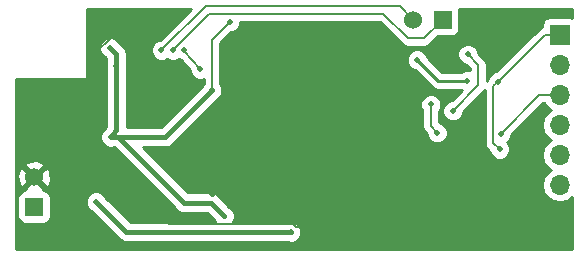
<source format=gbl>
G04 #@! TF.FileFunction,Copper,L2,Bot,Signal*
%FSLAX46Y46*%
G04 Gerber Fmt 4.6, Leading zero omitted, Abs format (unit mm)*
G04 Created by KiCad (PCBNEW 4.0.6) date 12/04/17 16:36:58*
%MOMM*%
%LPD*%
G01*
G04 APERTURE LIST*
%ADD10C,0.150000*%
%ADD11R,1.524000X1.524000*%
%ADD12C,1.524000*%
%ADD13R,1.700000X1.700000*%
%ADD14O,1.700000X1.700000*%
%ADD15C,0.508000*%
%ADD16C,0.152000*%
%ADD17C,0.457200*%
%ADD18C,0.229000*%
%ADD19C,0.254000*%
G04 APERTURE END LIST*
D10*
D11*
X302760000Y-127060000D03*
D12*
X300220000Y-127060000D03*
D11*
X268160000Y-142940000D03*
D12*
X268160000Y-140400000D03*
D13*
X312660000Y-128360000D03*
D14*
X312660000Y-130900000D03*
X312660000Y-133440000D03*
X312660000Y-135980000D03*
X312660000Y-138520000D03*
X312660000Y-141060000D03*
D15*
X279910000Y-129650000D03*
X278940000Y-129640000D03*
X283200000Y-141800000D03*
X287750000Y-138800000D03*
X293100000Y-144650000D03*
X292700000Y-134100000D03*
X285950000Y-141650000D03*
X276850000Y-141650000D03*
X273150000Y-130150000D03*
X279110000Y-128530000D03*
X276820000Y-128420000D03*
X282300000Y-137700000D03*
X284250000Y-143670000D03*
X280840000Y-142560000D03*
X284730000Y-127260000D03*
X283220000Y-133060000D03*
X275120000Y-130980000D03*
X274640000Y-137010000D03*
X274580000Y-129450000D03*
X304830000Y-132240000D03*
X300610000Y-130470000D03*
X273412500Y-142487500D03*
X289900000Y-145050000D03*
X307680000Y-136710000D03*
X280850000Y-129600000D03*
X282230000Y-131270000D03*
X307570000Y-138040000D03*
X307400000Y-132340000D03*
X301740000Y-134250000D03*
X302290000Y-136660000D03*
X303620000Y-134780000D03*
X304880000Y-130010000D03*
D16*
X301180000Y-128640000D02*
X302760000Y-127060000D01*
X299800000Y-128640000D02*
X301180000Y-128640000D01*
X297730000Y-126570000D02*
X299800000Y-128640000D01*
X282990000Y-126570000D02*
X297730000Y-126570000D01*
X279910000Y-129650000D02*
X282990000Y-126570000D01*
X299100000Y-125940000D02*
X300220000Y-127060000D01*
X282710000Y-125940000D02*
X299100000Y-125940000D01*
X278940000Y-129640000D02*
X282710000Y-125940000D01*
D17*
X285950000Y-141650000D02*
X283350000Y-141650000D01*
X283350000Y-141650000D02*
X283200000Y-141800000D01*
D16*
X287650000Y-141650000D02*
X288875000Y-140425000D01*
X287750000Y-138800000D02*
X287750000Y-139300000D01*
X287750000Y-139300000D02*
X288875000Y-140425000D01*
X288875000Y-140425000D02*
X293100000Y-144650000D01*
X293100000Y-144650000D02*
X290350000Y-144650000D01*
X290350000Y-144650000D02*
X290060000Y-144360000D01*
X285950000Y-141650000D02*
X287650000Y-141650000D01*
X279560000Y-144360000D02*
X276850000Y-141650000D01*
X290060000Y-144360000D02*
X279560000Y-144360000D01*
X273150000Y-130150000D02*
X273150000Y-130090000D01*
X274820000Y-128420000D02*
X276820000Y-128420000D01*
X273150000Y-130090000D02*
X274820000Y-128420000D01*
X276810000Y-128430000D02*
X276800000Y-128430000D01*
X276820000Y-128420000D02*
X276810000Y-128430000D01*
D17*
X274640000Y-137010000D02*
X275290000Y-137010000D01*
X275290000Y-137010000D02*
X280840000Y-142560000D01*
X284250000Y-143670000D02*
X283140000Y-142560000D01*
X283140000Y-142560000D02*
X280840000Y-142560000D01*
D16*
X283220000Y-128770000D02*
X283220000Y-133060000D01*
X284730000Y-127260000D02*
X283220000Y-128770000D01*
D17*
X274640000Y-137010000D02*
X279270000Y-137010000D01*
X279270000Y-137010000D02*
X283220000Y-133060000D01*
X275120000Y-130980000D02*
X275120000Y-136450000D01*
X275120000Y-136450000D02*
X274640000Y-137010000D01*
X275120000Y-129990000D02*
X275120000Y-130980000D01*
X274580000Y-129450000D02*
X275120000Y-129990000D01*
D18*
X302380000Y-132240000D02*
X304830000Y-132240000D01*
X300610000Y-130470000D02*
X302380000Y-132240000D01*
D17*
X275975000Y-145050000D02*
X289900000Y-145050000D01*
X275975000Y-145050000D02*
X273412500Y-142487500D01*
D16*
X310950000Y-133440000D02*
X312660000Y-133440000D01*
X307680000Y-136710000D02*
X310950000Y-133440000D01*
X280850000Y-129690000D02*
X280850000Y-129600000D01*
X282230000Y-131270000D02*
X280850000Y-129690000D01*
X307030000Y-132710000D02*
X307400000Y-132340000D01*
X307030000Y-137500000D02*
X307030000Y-132710000D01*
X307570000Y-138040000D02*
X307030000Y-137500000D01*
X312660000Y-128360000D02*
X311380000Y-128360000D01*
X311380000Y-128360000D02*
X307400000Y-132340000D01*
X301740000Y-136110000D02*
X301740000Y-134250000D01*
X302290000Y-136660000D02*
X301740000Y-136110000D01*
X305760000Y-132640000D02*
X303620000Y-134780000D01*
X305760000Y-130890000D02*
X305760000Y-132640000D01*
X304880000Y-130010000D02*
X305760000Y-130890000D01*
D19*
G36*
X278830854Y-128750904D02*
X278763943Y-128750846D01*
X278437080Y-128885903D01*
X278186782Y-129135764D01*
X278051154Y-129462391D01*
X278050846Y-129816057D01*
X278185903Y-130142920D01*
X278435764Y-130393218D01*
X278762391Y-130528846D01*
X279116057Y-130529154D01*
X279413286Y-130406341D01*
X279732391Y-130538846D01*
X280086057Y-130539154D01*
X280412920Y-130404097D01*
X280429187Y-130387858D01*
X280564630Y-130444099D01*
X281340945Y-131332923D01*
X281340846Y-131446057D01*
X281475903Y-131772920D01*
X281725764Y-132023218D01*
X282052391Y-132158846D01*
X282406057Y-132159154D01*
X282509000Y-132116619D01*
X282509000Y-132513620D01*
X282466782Y-132555764D01*
X282441120Y-132617565D01*
X278912286Y-136146400D01*
X275983600Y-136146400D01*
X275983600Y-131218408D01*
X276008846Y-131157609D01*
X276009154Y-130803943D01*
X275983600Y-130742098D01*
X275983600Y-129990000D01*
X275917862Y-129659515D01*
X275917862Y-129659514D01*
X275730657Y-129379342D01*
X275359236Y-129007922D01*
X275334097Y-128947080D01*
X275084236Y-128696782D01*
X274757609Y-128561154D01*
X274403943Y-128560846D01*
X274077080Y-128695903D01*
X273826782Y-128945764D01*
X273691154Y-129272391D01*
X273690846Y-129626057D01*
X273825903Y-129952920D01*
X274075764Y-130203218D01*
X274137566Y-130228881D01*
X274256400Y-130347715D01*
X274256400Y-130741592D01*
X274231154Y-130802391D01*
X274230846Y-131156057D01*
X274256400Y-131217902D01*
X274256400Y-136130533D01*
X274155445Y-136248315D01*
X274137080Y-136255903D01*
X273886782Y-136505764D01*
X273751154Y-136832391D01*
X273750846Y-137186057D01*
X273885903Y-137512920D01*
X274135764Y-137763218D01*
X274462391Y-137898846D01*
X274816057Y-137899154D01*
X274877902Y-137873600D01*
X274932286Y-137873600D01*
X280060764Y-143002079D01*
X280085903Y-143062920D01*
X280335764Y-143313218D01*
X280662391Y-143448846D01*
X281016057Y-143449154D01*
X281077902Y-143423600D01*
X282782286Y-143423600D01*
X283470763Y-144112077D01*
X283495903Y-144172920D01*
X283509359Y-144186400D01*
X276332715Y-144186400D01*
X274191737Y-142045423D01*
X274166597Y-141984580D01*
X273916736Y-141734282D01*
X273590109Y-141598654D01*
X273236443Y-141598346D01*
X272909580Y-141733403D01*
X272659282Y-141983264D01*
X272523654Y-142309891D01*
X272523346Y-142663557D01*
X272658403Y-142990420D01*
X272908264Y-143240718D01*
X272970067Y-143266381D01*
X275364342Y-145660657D01*
X275644514Y-145847862D01*
X275699345Y-145858769D01*
X275975000Y-145913600D01*
X289661592Y-145913600D01*
X289722391Y-145938846D01*
X290076057Y-145939154D01*
X290402920Y-145804097D01*
X290653218Y-145554236D01*
X290788846Y-145227609D01*
X290789154Y-144873943D01*
X290654097Y-144547080D01*
X290404236Y-144296782D01*
X290077609Y-144161154D01*
X289723943Y-144160846D01*
X289662098Y-144186400D01*
X284991033Y-144186400D01*
X285003218Y-144174236D01*
X285138846Y-143847609D01*
X285139154Y-143493943D01*
X285004097Y-143167080D01*
X284754236Y-142916782D01*
X284692433Y-142891119D01*
X283750657Y-141949343D01*
X283470485Y-141762138D01*
X283140000Y-141696400D01*
X281197715Y-141696400D01*
X277374914Y-137873600D01*
X279270000Y-137873600D01*
X279600485Y-137807862D01*
X279880657Y-137620657D01*
X283075257Y-134426057D01*
X300850846Y-134426057D01*
X300985903Y-134752920D01*
X301029000Y-134796092D01*
X301029000Y-136110000D01*
X301083122Y-136382088D01*
X301237247Y-136612753D01*
X301400898Y-136776404D01*
X301400846Y-136836057D01*
X301535903Y-137162920D01*
X301785764Y-137413218D01*
X302112391Y-137548846D01*
X302466057Y-137549154D01*
X302792920Y-137414097D01*
X303043218Y-137164236D01*
X303178846Y-136837609D01*
X303179154Y-136483943D01*
X303044097Y-136157080D01*
X302794236Y-135906782D01*
X302467609Y-135771154D01*
X302451000Y-135771140D01*
X302451000Y-134796380D01*
X302493218Y-134754236D01*
X302628846Y-134427609D01*
X302629154Y-134073943D01*
X302494097Y-133747080D01*
X302244236Y-133496782D01*
X301917609Y-133361154D01*
X301563943Y-133360846D01*
X301237080Y-133495903D01*
X300986782Y-133745764D01*
X300851154Y-134072391D01*
X300850846Y-134426057D01*
X283075257Y-134426057D01*
X283662079Y-133839236D01*
X283722920Y-133814097D01*
X283973218Y-133564236D01*
X284108846Y-133237609D01*
X284109154Y-132883943D01*
X283974097Y-132557080D01*
X283931000Y-132513908D01*
X283931000Y-129064506D01*
X284846404Y-128149102D01*
X284906057Y-128149154D01*
X285232920Y-128014097D01*
X285483218Y-127764236D01*
X285618846Y-127437609D01*
X285618982Y-127281000D01*
X297435494Y-127281000D01*
X299297247Y-129142753D01*
X299527912Y-129296878D01*
X299800000Y-129351000D01*
X301180000Y-129351000D01*
X301452088Y-129296878D01*
X301682753Y-129142753D01*
X302356066Y-128469440D01*
X303522000Y-128469440D01*
X303757317Y-128425162D01*
X303973441Y-128286090D01*
X304118431Y-128073890D01*
X304169440Y-127822000D01*
X304169440Y-126298000D01*
X304148178Y-126185000D01*
X313725000Y-126185000D01*
X313725000Y-126906099D01*
X313510000Y-126862560D01*
X311810000Y-126862560D01*
X311574683Y-126906838D01*
X311358559Y-127045910D01*
X311213569Y-127258110D01*
X311162560Y-127510000D01*
X311162560Y-127692252D01*
X311107912Y-127703122D01*
X310877247Y-127857247D01*
X307283596Y-131450898D01*
X307223943Y-131450846D01*
X306897080Y-131585903D01*
X306646782Y-131835764D01*
X306511154Y-132162391D01*
X306511094Y-132231422D01*
X306471000Y-132291427D01*
X306471000Y-130890000D01*
X306416878Y-130617912D01*
X306262753Y-130387247D01*
X305769102Y-129893596D01*
X305769154Y-129833943D01*
X305634097Y-129507080D01*
X305384236Y-129256782D01*
X305057609Y-129121154D01*
X304703943Y-129120846D01*
X304377080Y-129255903D01*
X304126782Y-129505764D01*
X303991154Y-129832391D01*
X303990846Y-130186057D01*
X304125903Y-130512920D01*
X304375764Y-130763218D01*
X304702391Y-130898846D01*
X304763393Y-130898899D01*
X305049000Y-131184506D01*
X305049000Y-131368341D01*
X305007609Y-131351154D01*
X304653943Y-131350846D01*
X304327080Y-131485903D01*
X304322475Y-131490500D01*
X302690454Y-131490500D01*
X301499149Y-130299195D01*
X301499154Y-130293943D01*
X301364097Y-129967080D01*
X301114236Y-129716782D01*
X300787609Y-129581154D01*
X300433943Y-129580846D01*
X300107080Y-129715903D01*
X299856782Y-129965764D01*
X299721154Y-130292391D01*
X299720846Y-130646057D01*
X299855903Y-130972920D01*
X300105764Y-131223218D01*
X300432391Y-131358846D01*
X300438898Y-131358852D01*
X301850023Y-132769977D01*
X302093178Y-132932448D01*
X302380000Y-132989501D01*
X302380005Y-132989500D01*
X304322052Y-132989500D01*
X304325764Y-132993218D01*
X304379120Y-133015374D01*
X303503596Y-133890898D01*
X303443943Y-133890846D01*
X303117080Y-134025903D01*
X302866782Y-134275764D01*
X302731154Y-134602391D01*
X302730846Y-134956057D01*
X302865903Y-135282920D01*
X303115764Y-135533218D01*
X303442391Y-135668846D01*
X303796057Y-135669154D01*
X304122920Y-135534097D01*
X304373218Y-135284236D01*
X304508846Y-134957609D01*
X304508899Y-134896607D01*
X306262753Y-133142753D01*
X306319000Y-133058573D01*
X306319000Y-137500000D01*
X306373122Y-137772088D01*
X306527247Y-138002753D01*
X306680898Y-138156404D01*
X306680846Y-138216057D01*
X306815903Y-138542920D01*
X307065764Y-138793218D01*
X307392391Y-138928846D01*
X307746057Y-138929154D01*
X308072920Y-138794097D01*
X308323218Y-138544236D01*
X308458846Y-138217609D01*
X308459154Y-137863943D01*
X308324097Y-137537080D01*
X308217140Y-137429936D01*
X308433218Y-137214236D01*
X308568846Y-136887609D01*
X308568899Y-136826607D01*
X311244506Y-134151000D01*
X311354305Y-134151000D01*
X311580853Y-134490054D01*
X311910026Y-134710000D01*
X311580853Y-134929946D01*
X311258946Y-135411715D01*
X311145907Y-135980000D01*
X311258946Y-136548285D01*
X311580853Y-137030054D01*
X311910026Y-137250000D01*
X311580853Y-137469946D01*
X311258946Y-137951715D01*
X311145907Y-138520000D01*
X311258946Y-139088285D01*
X311580853Y-139570054D01*
X311910026Y-139790000D01*
X311580853Y-140009946D01*
X311258946Y-140491715D01*
X311145907Y-141060000D01*
X311258946Y-141628285D01*
X311580853Y-142110054D01*
X312062622Y-142431961D01*
X312630907Y-142545000D01*
X312689093Y-142545000D01*
X313257378Y-142431961D01*
X313725000Y-142119507D01*
X313725000Y-146515000D01*
X266585000Y-146515000D01*
X266585000Y-142178000D01*
X266750560Y-142178000D01*
X266750560Y-143702000D01*
X266794838Y-143937317D01*
X266933910Y-144153441D01*
X267146110Y-144298431D01*
X267398000Y-144349440D01*
X268922000Y-144349440D01*
X269157317Y-144305162D01*
X269373441Y-144166090D01*
X269518431Y-143953890D01*
X269569440Y-143702000D01*
X269569440Y-142178000D01*
X269525162Y-141942683D01*
X269386090Y-141726559D01*
X269173890Y-141581569D01*
X268922000Y-141530560D01*
X268917484Y-141530560D01*
X268960608Y-141380213D01*
X268160000Y-140579605D01*
X267359392Y-141380213D01*
X267402516Y-141530560D01*
X267398000Y-141530560D01*
X267162683Y-141574838D01*
X266946559Y-141713910D01*
X266801569Y-141926110D01*
X266750560Y-142178000D01*
X266585000Y-142178000D01*
X266585000Y-140192302D01*
X266750856Y-140192302D01*
X266778638Y-140747368D01*
X266937603Y-141131143D01*
X267179787Y-141200608D01*
X267980395Y-140400000D01*
X268339605Y-140400000D01*
X269140213Y-141200608D01*
X269382397Y-141131143D01*
X269569144Y-140607698D01*
X269541362Y-140052632D01*
X269382397Y-139668857D01*
X269140213Y-139599392D01*
X268339605Y-140400000D01*
X267980395Y-140400000D01*
X267179787Y-139599392D01*
X266937603Y-139668857D01*
X266750856Y-140192302D01*
X266585000Y-140192302D01*
X266585000Y-139419787D01*
X267359392Y-139419787D01*
X268160000Y-140220395D01*
X268960608Y-139419787D01*
X268891143Y-139177603D01*
X268367698Y-138990856D01*
X267812632Y-139018638D01*
X267428857Y-139177603D01*
X267359392Y-139419787D01*
X266585000Y-139419787D01*
X266585000Y-132127000D01*
X272550000Y-132127000D01*
X272599410Y-132116994D01*
X272641035Y-132088553D01*
X272668315Y-132046159D01*
X272677000Y-132000000D01*
X272677000Y-126185000D01*
X281445303Y-126185000D01*
X278830854Y-128750904D01*
X278830854Y-128750904D01*
G37*
X278830854Y-128750904D02*
X278763943Y-128750846D01*
X278437080Y-128885903D01*
X278186782Y-129135764D01*
X278051154Y-129462391D01*
X278050846Y-129816057D01*
X278185903Y-130142920D01*
X278435764Y-130393218D01*
X278762391Y-130528846D01*
X279116057Y-130529154D01*
X279413286Y-130406341D01*
X279732391Y-130538846D01*
X280086057Y-130539154D01*
X280412920Y-130404097D01*
X280429187Y-130387858D01*
X280564630Y-130444099D01*
X281340945Y-131332923D01*
X281340846Y-131446057D01*
X281475903Y-131772920D01*
X281725764Y-132023218D01*
X282052391Y-132158846D01*
X282406057Y-132159154D01*
X282509000Y-132116619D01*
X282509000Y-132513620D01*
X282466782Y-132555764D01*
X282441120Y-132617565D01*
X278912286Y-136146400D01*
X275983600Y-136146400D01*
X275983600Y-131218408D01*
X276008846Y-131157609D01*
X276009154Y-130803943D01*
X275983600Y-130742098D01*
X275983600Y-129990000D01*
X275917862Y-129659515D01*
X275917862Y-129659514D01*
X275730657Y-129379342D01*
X275359236Y-129007922D01*
X275334097Y-128947080D01*
X275084236Y-128696782D01*
X274757609Y-128561154D01*
X274403943Y-128560846D01*
X274077080Y-128695903D01*
X273826782Y-128945764D01*
X273691154Y-129272391D01*
X273690846Y-129626057D01*
X273825903Y-129952920D01*
X274075764Y-130203218D01*
X274137566Y-130228881D01*
X274256400Y-130347715D01*
X274256400Y-130741592D01*
X274231154Y-130802391D01*
X274230846Y-131156057D01*
X274256400Y-131217902D01*
X274256400Y-136130533D01*
X274155445Y-136248315D01*
X274137080Y-136255903D01*
X273886782Y-136505764D01*
X273751154Y-136832391D01*
X273750846Y-137186057D01*
X273885903Y-137512920D01*
X274135764Y-137763218D01*
X274462391Y-137898846D01*
X274816057Y-137899154D01*
X274877902Y-137873600D01*
X274932286Y-137873600D01*
X280060764Y-143002079D01*
X280085903Y-143062920D01*
X280335764Y-143313218D01*
X280662391Y-143448846D01*
X281016057Y-143449154D01*
X281077902Y-143423600D01*
X282782286Y-143423600D01*
X283470763Y-144112077D01*
X283495903Y-144172920D01*
X283509359Y-144186400D01*
X276332715Y-144186400D01*
X274191737Y-142045423D01*
X274166597Y-141984580D01*
X273916736Y-141734282D01*
X273590109Y-141598654D01*
X273236443Y-141598346D01*
X272909580Y-141733403D01*
X272659282Y-141983264D01*
X272523654Y-142309891D01*
X272523346Y-142663557D01*
X272658403Y-142990420D01*
X272908264Y-143240718D01*
X272970067Y-143266381D01*
X275364342Y-145660657D01*
X275644514Y-145847862D01*
X275699345Y-145858769D01*
X275975000Y-145913600D01*
X289661592Y-145913600D01*
X289722391Y-145938846D01*
X290076057Y-145939154D01*
X290402920Y-145804097D01*
X290653218Y-145554236D01*
X290788846Y-145227609D01*
X290789154Y-144873943D01*
X290654097Y-144547080D01*
X290404236Y-144296782D01*
X290077609Y-144161154D01*
X289723943Y-144160846D01*
X289662098Y-144186400D01*
X284991033Y-144186400D01*
X285003218Y-144174236D01*
X285138846Y-143847609D01*
X285139154Y-143493943D01*
X285004097Y-143167080D01*
X284754236Y-142916782D01*
X284692433Y-142891119D01*
X283750657Y-141949343D01*
X283470485Y-141762138D01*
X283140000Y-141696400D01*
X281197715Y-141696400D01*
X277374914Y-137873600D01*
X279270000Y-137873600D01*
X279600485Y-137807862D01*
X279880657Y-137620657D01*
X283075257Y-134426057D01*
X300850846Y-134426057D01*
X300985903Y-134752920D01*
X301029000Y-134796092D01*
X301029000Y-136110000D01*
X301083122Y-136382088D01*
X301237247Y-136612753D01*
X301400898Y-136776404D01*
X301400846Y-136836057D01*
X301535903Y-137162920D01*
X301785764Y-137413218D01*
X302112391Y-137548846D01*
X302466057Y-137549154D01*
X302792920Y-137414097D01*
X303043218Y-137164236D01*
X303178846Y-136837609D01*
X303179154Y-136483943D01*
X303044097Y-136157080D01*
X302794236Y-135906782D01*
X302467609Y-135771154D01*
X302451000Y-135771140D01*
X302451000Y-134796380D01*
X302493218Y-134754236D01*
X302628846Y-134427609D01*
X302629154Y-134073943D01*
X302494097Y-133747080D01*
X302244236Y-133496782D01*
X301917609Y-133361154D01*
X301563943Y-133360846D01*
X301237080Y-133495903D01*
X300986782Y-133745764D01*
X300851154Y-134072391D01*
X300850846Y-134426057D01*
X283075257Y-134426057D01*
X283662079Y-133839236D01*
X283722920Y-133814097D01*
X283973218Y-133564236D01*
X284108846Y-133237609D01*
X284109154Y-132883943D01*
X283974097Y-132557080D01*
X283931000Y-132513908D01*
X283931000Y-129064506D01*
X284846404Y-128149102D01*
X284906057Y-128149154D01*
X285232920Y-128014097D01*
X285483218Y-127764236D01*
X285618846Y-127437609D01*
X285618982Y-127281000D01*
X297435494Y-127281000D01*
X299297247Y-129142753D01*
X299527912Y-129296878D01*
X299800000Y-129351000D01*
X301180000Y-129351000D01*
X301452088Y-129296878D01*
X301682753Y-129142753D01*
X302356066Y-128469440D01*
X303522000Y-128469440D01*
X303757317Y-128425162D01*
X303973441Y-128286090D01*
X304118431Y-128073890D01*
X304169440Y-127822000D01*
X304169440Y-126298000D01*
X304148178Y-126185000D01*
X313725000Y-126185000D01*
X313725000Y-126906099D01*
X313510000Y-126862560D01*
X311810000Y-126862560D01*
X311574683Y-126906838D01*
X311358559Y-127045910D01*
X311213569Y-127258110D01*
X311162560Y-127510000D01*
X311162560Y-127692252D01*
X311107912Y-127703122D01*
X310877247Y-127857247D01*
X307283596Y-131450898D01*
X307223943Y-131450846D01*
X306897080Y-131585903D01*
X306646782Y-131835764D01*
X306511154Y-132162391D01*
X306511094Y-132231422D01*
X306471000Y-132291427D01*
X306471000Y-130890000D01*
X306416878Y-130617912D01*
X306262753Y-130387247D01*
X305769102Y-129893596D01*
X305769154Y-129833943D01*
X305634097Y-129507080D01*
X305384236Y-129256782D01*
X305057609Y-129121154D01*
X304703943Y-129120846D01*
X304377080Y-129255903D01*
X304126782Y-129505764D01*
X303991154Y-129832391D01*
X303990846Y-130186057D01*
X304125903Y-130512920D01*
X304375764Y-130763218D01*
X304702391Y-130898846D01*
X304763393Y-130898899D01*
X305049000Y-131184506D01*
X305049000Y-131368341D01*
X305007609Y-131351154D01*
X304653943Y-131350846D01*
X304327080Y-131485903D01*
X304322475Y-131490500D01*
X302690454Y-131490500D01*
X301499149Y-130299195D01*
X301499154Y-130293943D01*
X301364097Y-129967080D01*
X301114236Y-129716782D01*
X300787609Y-129581154D01*
X300433943Y-129580846D01*
X300107080Y-129715903D01*
X299856782Y-129965764D01*
X299721154Y-130292391D01*
X299720846Y-130646057D01*
X299855903Y-130972920D01*
X300105764Y-131223218D01*
X300432391Y-131358846D01*
X300438898Y-131358852D01*
X301850023Y-132769977D01*
X302093178Y-132932448D01*
X302380000Y-132989501D01*
X302380005Y-132989500D01*
X304322052Y-132989500D01*
X304325764Y-132993218D01*
X304379120Y-133015374D01*
X303503596Y-133890898D01*
X303443943Y-133890846D01*
X303117080Y-134025903D01*
X302866782Y-134275764D01*
X302731154Y-134602391D01*
X302730846Y-134956057D01*
X302865903Y-135282920D01*
X303115764Y-135533218D01*
X303442391Y-135668846D01*
X303796057Y-135669154D01*
X304122920Y-135534097D01*
X304373218Y-135284236D01*
X304508846Y-134957609D01*
X304508899Y-134896607D01*
X306262753Y-133142753D01*
X306319000Y-133058573D01*
X306319000Y-137500000D01*
X306373122Y-137772088D01*
X306527247Y-138002753D01*
X306680898Y-138156404D01*
X306680846Y-138216057D01*
X306815903Y-138542920D01*
X307065764Y-138793218D01*
X307392391Y-138928846D01*
X307746057Y-138929154D01*
X308072920Y-138794097D01*
X308323218Y-138544236D01*
X308458846Y-138217609D01*
X308459154Y-137863943D01*
X308324097Y-137537080D01*
X308217140Y-137429936D01*
X308433218Y-137214236D01*
X308568846Y-136887609D01*
X308568899Y-136826607D01*
X311244506Y-134151000D01*
X311354305Y-134151000D01*
X311580853Y-134490054D01*
X311910026Y-134710000D01*
X311580853Y-134929946D01*
X311258946Y-135411715D01*
X311145907Y-135980000D01*
X311258946Y-136548285D01*
X311580853Y-137030054D01*
X311910026Y-137250000D01*
X311580853Y-137469946D01*
X311258946Y-137951715D01*
X311145907Y-138520000D01*
X311258946Y-139088285D01*
X311580853Y-139570054D01*
X311910026Y-139790000D01*
X311580853Y-140009946D01*
X311258946Y-140491715D01*
X311145907Y-141060000D01*
X311258946Y-141628285D01*
X311580853Y-142110054D01*
X312062622Y-142431961D01*
X312630907Y-142545000D01*
X312689093Y-142545000D01*
X313257378Y-142431961D01*
X313725000Y-142119507D01*
X313725000Y-146515000D01*
X266585000Y-146515000D01*
X266585000Y-142178000D01*
X266750560Y-142178000D01*
X266750560Y-143702000D01*
X266794838Y-143937317D01*
X266933910Y-144153441D01*
X267146110Y-144298431D01*
X267398000Y-144349440D01*
X268922000Y-144349440D01*
X269157317Y-144305162D01*
X269373441Y-144166090D01*
X269518431Y-143953890D01*
X269569440Y-143702000D01*
X269569440Y-142178000D01*
X269525162Y-141942683D01*
X269386090Y-141726559D01*
X269173890Y-141581569D01*
X268922000Y-141530560D01*
X268917484Y-141530560D01*
X268960608Y-141380213D01*
X268160000Y-140579605D01*
X267359392Y-141380213D01*
X267402516Y-141530560D01*
X267398000Y-141530560D01*
X267162683Y-141574838D01*
X266946559Y-141713910D01*
X266801569Y-141926110D01*
X266750560Y-142178000D01*
X266585000Y-142178000D01*
X266585000Y-140192302D01*
X266750856Y-140192302D01*
X266778638Y-140747368D01*
X266937603Y-141131143D01*
X267179787Y-141200608D01*
X267980395Y-140400000D01*
X268339605Y-140400000D01*
X269140213Y-141200608D01*
X269382397Y-141131143D01*
X269569144Y-140607698D01*
X269541362Y-140052632D01*
X269382397Y-139668857D01*
X269140213Y-139599392D01*
X268339605Y-140400000D01*
X267980395Y-140400000D01*
X267179787Y-139599392D01*
X266937603Y-139668857D01*
X266750856Y-140192302D01*
X266585000Y-140192302D01*
X266585000Y-139419787D01*
X267359392Y-139419787D01*
X268160000Y-140220395D01*
X268960608Y-139419787D01*
X268891143Y-139177603D01*
X268367698Y-138990856D01*
X267812632Y-139018638D01*
X267428857Y-139177603D01*
X267359392Y-139419787D01*
X266585000Y-139419787D01*
X266585000Y-132127000D01*
X272550000Y-132127000D01*
X272599410Y-132116994D01*
X272641035Y-132088553D01*
X272668315Y-132046159D01*
X272677000Y-132000000D01*
X272677000Y-126185000D01*
X281445303Y-126185000D01*
X278830854Y-128750904D01*
M02*

</source>
